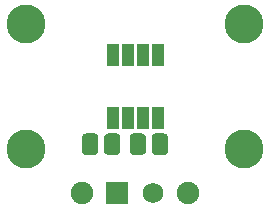
<source format=gts>
G04 #@! TF.GenerationSoftware,KiCad,Pcbnew,(5.0.0)*
G04 #@! TF.CreationDate,2019-01-14T07:55:56+00:00*
G04 #@! TF.ProjectId,AS5600_I2C_v1,4153353630305F4932435F76312E6B69,rev?*
G04 #@! TF.SameCoordinates,Original*
G04 #@! TF.FileFunction,Soldermask,Top*
G04 #@! TF.FilePolarity,Negative*
%FSLAX46Y46*%
G04 Gerber Fmt 4.6, Leading zero omitted, Abs format (unit mm)*
G04 Created by KiCad (PCBNEW (5.0.0)) date 01/14/19 07:55:56*
%MOMM*%
%LPD*%
G01*
G04 APERTURE LIST*
%ADD10C,0.100000*%
%ADD11C,1.375000*%
%ADD12R,1.000000X1.950000*%
%ADD13C,3.300000*%
%ADD14O,1.900000X1.900000*%
%ADD15C,1.750000*%
%ADD16R,1.900000X1.900000*%
%ADD17C,1.900000*%
G04 APERTURE END LIST*
D10*
G04 #@! TO.C,C1*
G36*
X166914943Y-79601655D02*
X166948312Y-79606605D01*
X166981035Y-79614802D01*
X167012797Y-79626166D01*
X167043293Y-79640590D01*
X167072227Y-79657932D01*
X167099323Y-79678028D01*
X167124318Y-79700682D01*
X167146972Y-79725677D01*
X167167068Y-79752773D01*
X167184410Y-79781707D01*
X167198834Y-79812203D01*
X167210198Y-79843965D01*
X167218395Y-79876688D01*
X167223345Y-79910057D01*
X167225000Y-79943750D01*
X167225000Y-81056250D01*
X167223345Y-81089943D01*
X167218395Y-81123312D01*
X167210198Y-81156035D01*
X167198834Y-81187797D01*
X167184410Y-81218293D01*
X167167068Y-81247227D01*
X167146972Y-81274323D01*
X167124318Y-81299318D01*
X167099323Y-81321972D01*
X167072227Y-81342068D01*
X167043293Y-81359410D01*
X167012797Y-81373834D01*
X166981035Y-81385198D01*
X166948312Y-81393395D01*
X166914943Y-81398345D01*
X166881250Y-81400000D01*
X166193750Y-81400000D01*
X166160057Y-81398345D01*
X166126688Y-81393395D01*
X166093965Y-81385198D01*
X166062203Y-81373834D01*
X166031707Y-81359410D01*
X166002773Y-81342068D01*
X165975677Y-81321972D01*
X165950682Y-81299318D01*
X165928028Y-81274323D01*
X165907932Y-81247227D01*
X165890590Y-81218293D01*
X165876166Y-81187797D01*
X165864802Y-81156035D01*
X165856605Y-81123312D01*
X165851655Y-81089943D01*
X165850000Y-81056250D01*
X165850000Y-79943750D01*
X165851655Y-79910057D01*
X165856605Y-79876688D01*
X165864802Y-79843965D01*
X165876166Y-79812203D01*
X165890590Y-79781707D01*
X165907932Y-79752773D01*
X165928028Y-79725677D01*
X165950682Y-79700682D01*
X165975677Y-79678028D01*
X166002773Y-79657932D01*
X166031707Y-79640590D01*
X166062203Y-79626166D01*
X166093965Y-79614802D01*
X166126688Y-79606605D01*
X166160057Y-79601655D01*
X166193750Y-79600000D01*
X166881250Y-79600000D01*
X166914943Y-79601655D01*
X166914943Y-79601655D01*
G37*
D11*
X166537500Y-80500000D03*
D10*
G36*
X165039943Y-79601655D02*
X165073312Y-79606605D01*
X165106035Y-79614802D01*
X165137797Y-79626166D01*
X165168293Y-79640590D01*
X165197227Y-79657932D01*
X165224323Y-79678028D01*
X165249318Y-79700682D01*
X165271972Y-79725677D01*
X165292068Y-79752773D01*
X165309410Y-79781707D01*
X165323834Y-79812203D01*
X165335198Y-79843965D01*
X165343395Y-79876688D01*
X165348345Y-79910057D01*
X165350000Y-79943750D01*
X165350000Y-81056250D01*
X165348345Y-81089943D01*
X165343395Y-81123312D01*
X165335198Y-81156035D01*
X165323834Y-81187797D01*
X165309410Y-81218293D01*
X165292068Y-81247227D01*
X165271972Y-81274323D01*
X165249318Y-81299318D01*
X165224323Y-81321972D01*
X165197227Y-81342068D01*
X165168293Y-81359410D01*
X165137797Y-81373834D01*
X165106035Y-81385198D01*
X165073312Y-81393395D01*
X165039943Y-81398345D01*
X165006250Y-81400000D01*
X164318750Y-81400000D01*
X164285057Y-81398345D01*
X164251688Y-81393395D01*
X164218965Y-81385198D01*
X164187203Y-81373834D01*
X164156707Y-81359410D01*
X164127773Y-81342068D01*
X164100677Y-81321972D01*
X164075682Y-81299318D01*
X164053028Y-81274323D01*
X164032932Y-81247227D01*
X164015590Y-81218293D01*
X164001166Y-81187797D01*
X163989802Y-81156035D01*
X163981605Y-81123312D01*
X163976655Y-81089943D01*
X163975000Y-81056250D01*
X163975000Y-79943750D01*
X163976655Y-79910057D01*
X163981605Y-79876688D01*
X163989802Y-79843965D01*
X164001166Y-79812203D01*
X164015590Y-79781707D01*
X164032932Y-79752773D01*
X164053028Y-79725677D01*
X164075682Y-79700682D01*
X164100677Y-79678028D01*
X164127773Y-79657932D01*
X164156707Y-79640590D01*
X164187203Y-79626166D01*
X164218965Y-79614802D01*
X164251688Y-79606605D01*
X164285057Y-79601655D01*
X164318750Y-79600000D01*
X165006250Y-79600000D01*
X165039943Y-79601655D01*
X165039943Y-79601655D01*
G37*
D11*
X164662500Y-80500000D03*
G04 #@! TD*
D10*
G04 #@! TO.C,C2*
G36*
X169077443Y-79601655D02*
X169110812Y-79606605D01*
X169143535Y-79614802D01*
X169175297Y-79626166D01*
X169205793Y-79640590D01*
X169234727Y-79657932D01*
X169261823Y-79678028D01*
X169286818Y-79700682D01*
X169309472Y-79725677D01*
X169329568Y-79752773D01*
X169346910Y-79781707D01*
X169361334Y-79812203D01*
X169372698Y-79843965D01*
X169380895Y-79876688D01*
X169385845Y-79910057D01*
X169387500Y-79943750D01*
X169387500Y-81056250D01*
X169385845Y-81089943D01*
X169380895Y-81123312D01*
X169372698Y-81156035D01*
X169361334Y-81187797D01*
X169346910Y-81218293D01*
X169329568Y-81247227D01*
X169309472Y-81274323D01*
X169286818Y-81299318D01*
X169261823Y-81321972D01*
X169234727Y-81342068D01*
X169205793Y-81359410D01*
X169175297Y-81373834D01*
X169143535Y-81385198D01*
X169110812Y-81393395D01*
X169077443Y-81398345D01*
X169043750Y-81400000D01*
X168356250Y-81400000D01*
X168322557Y-81398345D01*
X168289188Y-81393395D01*
X168256465Y-81385198D01*
X168224703Y-81373834D01*
X168194207Y-81359410D01*
X168165273Y-81342068D01*
X168138177Y-81321972D01*
X168113182Y-81299318D01*
X168090528Y-81274323D01*
X168070432Y-81247227D01*
X168053090Y-81218293D01*
X168038666Y-81187797D01*
X168027302Y-81156035D01*
X168019105Y-81123312D01*
X168014155Y-81089943D01*
X168012500Y-81056250D01*
X168012500Y-79943750D01*
X168014155Y-79910057D01*
X168019105Y-79876688D01*
X168027302Y-79843965D01*
X168038666Y-79812203D01*
X168053090Y-79781707D01*
X168070432Y-79752773D01*
X168090528Y-79725677D01*
X168113182Y-79700682D01*
X168138177Y-79678028D01*
X168165273Y-79657932D01*
X168194207Y-79640590D01*
X168224703Y-79626166D01*
X168256465Y-79614802D01*
X168289188Y-79606605D01*
X168322557Y-79601655D01*
X168356250Y-79600000D01*
X169043750Y-79600000D01*
X169077443Y-79601655D01*
X169077443Y-79601655D01*
G37*
D11*
X168700000Y-80500000D03*
D10*
G36*
X170952443Y-79601655D02*
X170985812Y-79606605D01*
X171018535Y-79614802D01*
X171050297Y-79626166D01*
X171080793Y-79640590D01*
X171109727Y-79657932D01*
X171136823Y-79678028D01*
X171161818Y-79700682D01*
X171184472Y-79725677D01*
X171204568Y-79752773D01*
X171221910Y-79781707D01*
X171236334Y-79812203D01*
X171247698Y-79843965D01*
X171255895Y-79876688D01*
X171260845Y-79910057D01*
X171262500Y-79943750D01*
X171262500Y-81056250D01*
X171260845Y-81089943D01*
X171255895Y-81123312D01*
X171247698Y-81156035D01*
X171236334Y-81187797D01*
X171221910Y-81218293D01*
X171204568Y-81247227D01*
X171184472Y-81274323D01*
X171161818Y-81299318D01*
X171136823Y-81321972D01*
X171109727Y-81342068D01*
X171080793Y-81359410D01*
X171050297Y-81373834D01*
X171018535Y-81385198D01*
X170985812Y-81393395D01*
X170952443Y-81398345D01*
X170918750Y-81400000D01*
X170231250Y-81400000D01*
X170197557Y-81398345D01*
X170164188Y-81393395D01*
X170131465Y-81385198D01*
X170099703Y-81373834D01*
X170069207Y-81359410D01*
X170040273Y-81342068D01*
X170013177Y-81321972D01*
X169988182Y-81299318D01*
X169965528Y-81274323D01*
X169945432Y-81247227D01*
X169928090Y-81218293D01*
X169913666Y-81187797D01*
X169902302Y-81156035D01*
X169894105Y-81123312D01*
X169889155Y-81089943D01*
X169887500Y-81056250D01*
X169887500Y-79943750D01*
X169889155Y-79910057D01*
X169894105Y-79876688D01*
X169902302Y-79843965D01*
X169913666Y-79812203D01*
X169928090Y-79781707D01*
X169945432Y-79752773D01*
X169965528Y-79725677D01*
X169988182Y-79700682D01*
X170013177Y-79678028D01*
X170040273Y-79657932D01*
X170069207Y-79640590D01*
X170099703Y-79626166D01*
X170131465Y-79614802D01*
X170164188Y-79606605D01*
X170197557Y-79601655D01*
X170231250Y-79600000D01*
X170918750Y-79600000D01*
X170952443Y-79601655D01*
X170952443Y-79601655D01*
G37*
D11*
X170575000Y-80500000D03*
G04 #@! TD*
D12*
G04 #@! TO.C,U1*
X166575000Y-72922000D03*
X167845000Y-72922000D03*
X169115000Y-72922000D03*
X170385000Y-72922000D03*
X170385000Y-78322000D03*
X169115000Y-78322000D03*
X167845000Y-78322000D03*
X166575000Y-78322000D03*
G04 #@! TD*
D13*
G04 #@! TO.C,2.5mm *
X177730000Y-70330000D03*
G04 #@! TD*
G04 #@! TO.C,2.5mm *
X159230000Y-70330000D03*
G04 #@! TD*
G04 #@! TO.C,2.5mm *
X159230000Y-80915000D03*
G04 #@! TD*
G04 #@! TO.C,2.5mm *
X177730000Y-80915000D03*
G04 #@! TD*
D14*
G04 #@! TO.C,J1*
X172980000Y-84622000D03*
D15*
X169980000Y-84622000D03*
D16*
X166980000Y-84622000D03*
D17*
X163980000Y-84622000D03*
G04 #@! TD*
M02*

</source>
